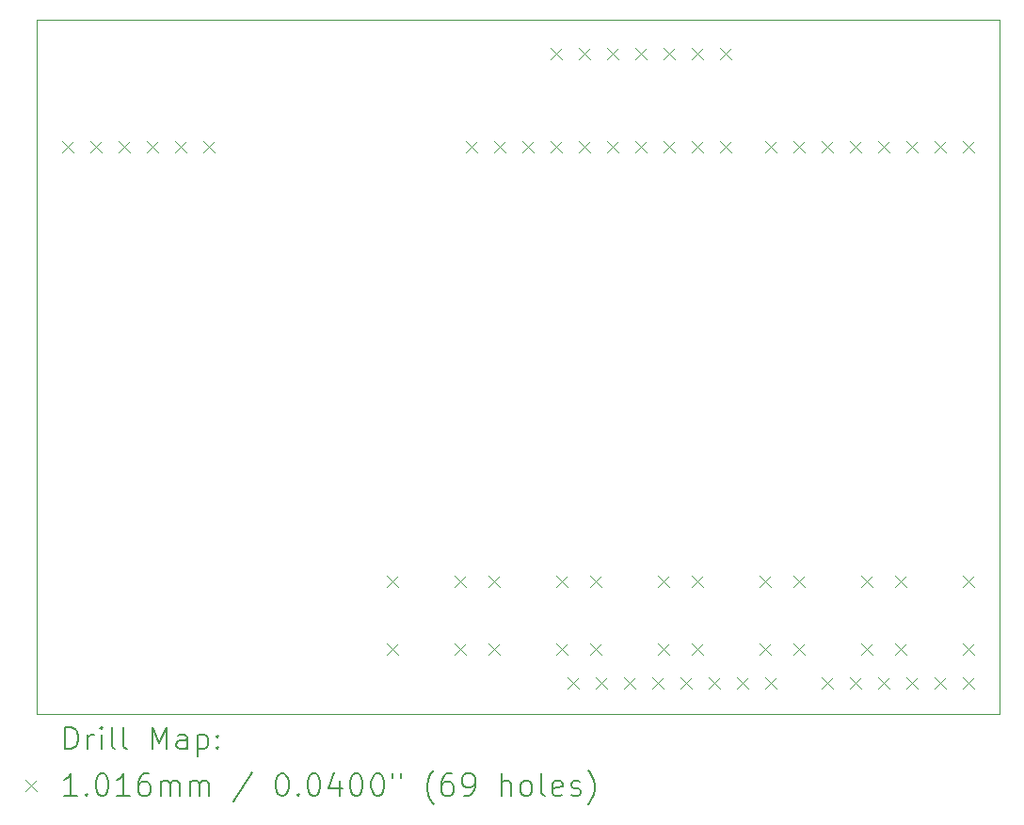
<source format=gbr>
%TF.GenerationSoftware,KiCad,Pcbnew,7.0.11+dfsg-1build4*%
%TF.CreationDate,2025-05-03T14:01:37-04:00*%
%TF.ProjectId,Peripherals Board,50657269-7068-4657-9261-6c7320426f61,rev?*%
%TF.SameCoordinates,Original*%
%TF.FileFunction,Drillmap*%
%TF.FilePolarity,Positive*%
%FSLAX45Y45*%
G04 Gerber Fmt 4.5, Leading zero omitted, Abs format (unit mm)*
G04 Created by KiCad (PCBNEW 7.0.11+dfsg-1build4) date 2025-05-03 14:01:37*
%MOMM*%
%LPD*%
G01*
G04 APERTURE LIST*
%ADD10C,0.050000*%
%ADD11C,0.200000*%
%ADD12C,0.101600*%
G04 APERTURE END LIST*
D10*
X18313400Y-12979400D02*
X9652000Y-12979400D01*
X9652000Y-6731000D02*
X18313400Y-6731000D01*
X9652000Y-12979400D02*
X9652000Y-6731000D01*
X18313400Y-6731000D02*
X18313400Y-12979400D01*
D11*
D12*
X9880600Y-7823200D02*
X9982200Y-7924800D01*
X9982200Y-7823200D02*
X9880600Y-7924800D01*
X10134600Y-7823200D02*
X10236200Y-7924800D01*
X10236200Y-7823200D02*
X10134600Y-7924800D01*
X10388600Y-7823200D02*
X10490200Y-7924800D01*
X10490200Y-7823200D02*
X10388600Y-7924800D01*
X10642600Y-7823200D02*
X10744200Y-7924800D01*
X10744200Y-7823200D02*
X10642600Y-7924800D01*
X10896600Y-7823200D02*
X10998200Y-7924800D01*
X10998200Y-7823200D02*
X10896600Y-7924800D01*
X11150600Y-7823200D02*
X11252200Y-7924800D01*
X11252200Y-7823200D02*
X11150600Y-7924800D01*
X12801600Y-11734800D02*
X12903200Y-11836400D01*
X12903200Y-11734800D02*
X12801600Y-11836400D01*
X12801600Y-12344400D02*
X12903200Y-12446000D01*
X12903200Y-12344400D02*
X12801600Y-12446000D01*
X13411200Y-11734800D02*
X13512800Y-11836400D01*
X13512800Y-11734800D02*
X13411200Y-11836400D01*
X13411200Y-12344400D02*
X13512800Y-12446000D01*
X13512800Y-12344400D02*
X13411200Y-12446000D01*
X13512800Y-7823200D02*
X13614400Y-7924800D01*
X13614400Y-7823200D02*
X13512800Y-7924800D01*
X13716000Y-11734800D02*
X13817600Y-11836400D01*
X13817600Y-11734800D02*
X13716000Y-11836400D01*
X13716000Y-12344400D02*
X13817600Y-12446000D01*
X13817600Y-12344400D02*
X13716000Y-12446000D01*
X13766800Y-7823200D02*
X13868400Y-7924800D01*
X13868400Y-7823200D02*
X13766800Y-7924800D01*
X14020800Y-7823200D02*
X14122400Y-7924800D01*
X14122400Y-7823200D02*
X14020800Y-7924800D01*
X14274800Y-6985000D02*
X14376400Y-7086600D01*
X14376400Y-6985000D02*
X14274800Y-7086600D01*
X14274800Y-7823200D02*
X14376400Y-7924800D01*
X14376400Y-7823200D02*
X14274800Y-7924800D01*
X14325600Y-11734800D02*
X14427200Y-11836400D01*
X14427200Y-11734800D02*
X14325600Y-11836400D01*
X14325600Y-12344400D02*
X14427200Y-12446000D01*
X14427200Y-12344400D02*
X14325600Y-12446000D01*
X14427200Y-12649200D02*
X14528800Y-12750800D01*
X14528800Y-12649200D02*
X14427200Y-12750800D01*
X14528800Y-6985000D02*
X14630400Y-7086600D01*
X14630400Y-6985000D02*
X14528800Y-7086600D01*
X14528800Y-7823200D02*
X14630400Y-7924800D01*
X14630400Y-7823200D02*
X14528800Y-7924800D01*
X14630400Y-11734800D02*
X14732000Y-11836400D01*
X14732000Y-11734800D02*
X14630400Y-11836400D01*
X14630400Y-12344400D02*
X14732000Y-12446000D01*
X14732000Y-12344400D02*
X14630400Y-12446000D01*
X14681200Y-12649200D02*
X14782800Y-12750800D01*
X14782800Y-12649200D02*
X14681200Y-12750800D01*
X14782800Y-6985000D02*
X14884400Y-7086600D01*
X14884400Y-6985000D02*
X14782800Y-7086600D01*
X14782800Y-7823200D02*
X14884400Y-7924800D01*
X14884400Y-7823200D02*
X14782800Y-7924800D01*
X14935200Y-12649200D02*
X15036800Y-12750800D01*
X15036800Y-12649200D02*
X14935200Y-12750800D01*
X15036800Y-6985000D02*
X15138400Y-7086600D01*
X15138400Y-6985000D02*
X15036800Y-7086600D01*
X15036800Y-7823200D02*
X15138400Y-7924800D01*
X15138400Y-7823200D02*
X15036800Y-7924800D01*
X15189200Y-12649200D02*
X15290800Y-12750800D01*
X15290800Y-12649200D02*
X15189200Y-12750800D01*
X15240000Y-11734800D02*
X15341600Y-11836400D01*
X15341600Y-11734800D02*
X15240000Y-11836400D01*
X15240000Y-12344400D02*
X15341600Y-12446000D01*
X15341600Y-12344400D02*
X15240000Y-12446000D01*
X15290800Y-6985000D02*
X15392400Y-7086600D01*
X15392400Y-6985000D02*
X15290800Y-7086600D01*
X15290800Y-7823200D02*
X15392400Y-7924800D01*
X15392400Y-7823200D02*
X15290800Y-7924800D01*
X15443200Y-12649200D02*
X15544800Y-12750800D01*
X15544800Y-12649200D02*
X15443200Y-12750800D01*
X15544800Y-6985000D02*
X15646400Y-7086600D01*
X15646400Y-6985000D02*
X15544800Y-7086600D01*
X15544800Y-7823200D02*
X15646400Y-7924800D01*
X15646400Y-7823200D02*
X15544800Y-7924800D01*
X15544800Y-11734800D02*
X15646400Y-11836400D01*
X15646400Y-11734800D02*
X15544800Y-11836400D01*
X15544800Y-12344400D02*
X15646400Y-12446000D01*
X15646400Y-12344400D02*
X15544800Y-12446000D01*
X15697200Y-12649200D02*
X15798800Y-12750800D01*
X15798800Y-12649200D02*
X15697200Y-12750800D01*
X15798800Y-6985000D02*
X15900400Y-7086600D01*
X15900400Y-6985000D02*
X15798800Y-7086600D01*
X15798800Y-7823200D02*
X15900400Y-7924800D01*
X15900400Y-7823200D02*
X15798800Y-7924800D01*
X15951200Y-12649200D02*
X16052800Y-12750800D01*
X16052800Y-12649200D02*
X15951200Y-12750800D01*
X16154400Y-11734800D02*
X16256000Y-11836400D01*
X16256000Y-11734800D02*
X16154400Y-11836400D01*
X16154400Y-12344400D02*
X16256000Y-12446000D01*
X16256000Y-12344400D02*
X16154400Y-12446000D01*
X16205200Y-7823200D02*
X16306800Y-7924800D01*
X16306800Y-7823200D02*
X16205200Y-7924800D01*
X16205200Y-12649200D02*
X16306800Y-12750800D01*
X16306800Y-12649200D02*
X16205200Y-12750800D01*
X16459200Y-7823200D02*
X16560800Y-7924800D01*
X16560800Y-7823200D02*
X16459200Y-7924800D01*
X16459200Y-11734800D02*
X16560800Y-11836400D01*
X16560800Y-11734800D02*
X16459200Y-11836400D01*
X16459200Y-12344400D02*
X16560800Y-12446000D01*
X16560800Y-12344400D02*
X16459200Y-12446000D01*
X16713200Y-7823200D02*
X16814800Y-7924800D01*
X16814800Y-7823200D02*
X16713200Y-7924800D01*
X16713200Y-12649200D02*
X16814800Y-12750800D01*
X16814800Y-12649200D02*
X16713200Y-12750800D01*
X16967200Y-7823200D02*
X17068800Y-7924800D01*
X17068800Y-7823200D02*
X16967200Y-7924800D01*
X16967200Y-12649200D02*
X17068800Y-12750800D01*
X17068800Y-12649200D02*
X16967200Y-12750800D01*
X17068800Y-11734800D02*
X17170400Y-11836400D01*
X17170400Y-11734800D02*
X17068800Y-11836400D01*
X17068800Y-12344400D02*
X17170400Y-12446000D01*
X17170400Y-12344400D02*
X17068800Y-12446000D01*
X17221200Y-7823200D02*
X17322800Y-7924800D01*
X17322800Y-7823200D02*
X17221200Y-7924800D01*
X17221200Y-12649200D02*
X17322800Y-12750800D01*
X17322800Y-12649200D02*
X17221200Y-12750800D01*
X17373600Y-11734800D02*
X17475200Y-11836400D01*
X17475200Y-11734800D02*
X17373600Y-11836400D01*
X17373600Y-12344400D02*
X17475200Y-12446000D01*
X17475200Y-12344400D02*
X17373600Y-12446000D01*
X17475200Y-7823200D02*
X17576800Y-7924800D01*
X17576800Y-7823200D02*
X17475200Y-7924800D01*
X17475200Y-12649200D02*
X17576800Y-12750800D01*
X17576800Y-12649200D02*
X17475200Y-12750800D01*
X17729200Y-7823200D02*
X17830800Y-7924800D01*
X17830800Y-7823200D02*
X17729200Y-7924800D01*
X17729200Y-12649200D02*
X17830800Y-12750800D01*
X17830800Y-12649200D02*
X17729200Y-12750800D01*
X17983200Y-7823200D02*
X18084800Y-7924800D01*
X18084800Y-7823200D02*
X17983200Y-7924800D01*
X17983200Y-11734800D02*
X18084800Y-11836400D01*
X18084800Y-11734800D02*
X17983200Y-11836400D01*
X17983200Y-12344400D02*
X18084800Y-12446000D01*
X18084800Y-12344400D02*
X17983200Y-12446000D01*
X17983200Y-12649200D02*
X18084800Y-12750800D01*
X18084800Y-12649200D02*
X17983200Y-12750800D01*
D11*
X9910277Y-13293384D02*
X9910277Y-13093384D01*
X9910277Y-13093384D02*
X9957896Y-13093384D01*
X9957896Y-13093384D02*
X9986467Y-13102908D01*
X9986467Y-13102908D02*
X10005515Y-13121955D01*
X10005515Y-13121955D02*
X10015039Y-13141003D01*
X10015039Y-13141003D02*
X10024563Y-13179098D01*
X10024563Y-13179098D02*
X10024563Y-13207669D01*
X10024563Y-13207669D02*
X10015039Y-13245765D01*
X10015039Y-13245765D02*
X10005515Y-13264812D01*
X10005515Y-13264812D02*
X9986467Y-13283860D01*
X9986467Y-13283860D02*
X9957896Y-13293384D01*
X9957896Y-13293384D02*
X9910277Y-13293384D01*
X10110277Y-13293384D02*
X10110277Y-13160050D01*
X10110277Y-13198146D02*
X10119801Y-13179098D01*
X10119801Y-13179098D02*
X10129324Y-13169574D01*
X10129324Y-13169574D02*
X10148372Y-13160050D01*
X10148372Y-13160050D02*
X10167420Y-13160050D01*
X10234086Y-13293384D02*
X10234086Y-13160050D01*
X10234086Y-13093384D02*
X10224563Y-13102908D01*
X10224563Y-13102908D02*
X10234086Y-13112431D01*
X10234086Y-13112431D02*
X10243610Y-13102908D01*
X10243610Y-13102908D02*
X10234086Y-13093384D01*
X10234086Y-13093384D02*
X10234086Y-13112431D01*
X10357896Y-13293384D02*
X10338848Y-13283860D01*
X10338848Y-13283860D02*
X10329324Y-13264812D01*
X10329324Y-13264812D02*
X10329324Y-13093384D01*
X10462658Y-13293384D02*
X10443610Y-13283860D01*
X10443610Y-13283860D02*
X10434086Y-13264812D01*
X10434086Y-13264812D02*
X10434086Y-13093384D01*
X10691229Y-13293384D02*
X10691229Y-13093384D01*
X10691229Y-13093384D02*
X10757896Y-13236241D01*
X10757896Y-13236241D02*
X10824563Y-13093384D01*
X10824563Y-13093384D02*
X10824563Y-13293384D01*
X11005515Y-13293384D02*
X11005515Y-13188622D01*
X11005515Y-13188622D02*
X10995991Y-13169574D01*
X10995991Y-13169574D02*
X10976944Y-13160050D01*
X10976944Y-13160050D02*
X10938848Y-13160050D01*
X10938848Y-13160050D02*
X10919801Y-13169574D01*
X11005515Y-13283860D02*
X10986467Y-13293384D01*
X10986467Y-13293384D02*
X10938848Y-13293384D01*
X10938848Y-13293384D02*
X10919801Y-13283860D01*
X10919801Y-13283860D02*
X10910277Y-13264812D01*
X10910277Y-13264812D02*
X10910277Y-13245765D01*
X10910277Y-13245765D02*
X10919801Y-13226717D01*
X10919801Y-13226717D02*
X10938848Y-13217193D01*
X10938848Y-13217193D02*
X10986467Y-13217193D01*
X10986467Y-13217193D02*
X11005515Y-13207669D01*
X11100753Y-13160050D02*
X11100753Y-13360050D01*
X11100753Y-13169574D02*
X11119801Y-13160050D01*
X11119801Y-13160050D02*
X11157896Y-13160050D01*
X11157896Y-13160050D02*
X11176944Y-13169574D01*
X11176944Y-13169574D02*
X11186467Y-13179098D01*
X11186467Y-13179098D02*
X11195991Y-13198146D01*
X11195991Y-13198146D02*
X11195991Y-13255288D01*
X11195991Y-13255288D02*
X11186467Y-13274336D01*
X11186467Y-13274336D02*
X11176944Y-13283860D01*
X11176944Y-13283860D02*
X11157896Y-13293384D01*
X11157896Y-13293384D02*
X11119801Y-13293384D01*
X11119801Y-13293384D02*
X11100753Y-13283860D01*
X11281705Y-13274336D02*
X11291229Y-13283860D01*
X11291229Y-13283860D02*
X11281705Y-13293384D01*
X11281705Y-13293384D02*
X11272182Y-13283860D01*
X11272182Y-13283860D02*
X11281705Y-13274336D01*
X11281705Y-13274336D02*
X11281705Y-13293384D01*
X11281705Y-13169574D02*
X11291229Y-13179098D01*
X11291229Y-13179098D02*
X11281705Y-13188622D01*
X11281705Y-13188622D02*
X11272182Y-13179098D01*
X11272182Y-13179098D02*
X11281705Y-13169574D01*
X11281705Y-13169574D02*
X11281705Y-13188622D01*
D12*
X9547900Y-13571100D02*
X9649500Y-13672700D01*
X9649500Y-13571100D02*
X9547900Y-13672700D01*
D11*
X10015039Y-13713384D02*
X9900753Y-13713384D01*
X9957896Y-13713384D02*
X9957896Y-13513384D01*
X9957896Y-13513384D02*
X9938848Y-13541955D01*
X9938848Y-13541955D02*
X9919801Y-13561003D01*
X9919801Y-13561003D02*
X9900753Y-13570527D01*
X10100753Y-13694336D02*
X10110277Y-13703860D01*
X10110277Y-13703860D02*
X10100753Y-13713384D01*
X10100753Y-13713384D02*
X10091229Y-13703860D01*
X10091229Y-13703860D02*
X10100753Y-13694336D01*
X10100753Y-13694336D02*
X10100753Y-13713384D01*
X10234086Y-13513384D02*
X10253134Y-13513384D01*
X10253134Y-13513384D02*
X10272182Y-13522908D01*
X10272182Y-13522908D02*
X10281705Y-13532431D01*
X10281705Y-13532431D02*
X10291229Y-13551479D01*
X10291229Y-13551479D02*
X10300753Y-13589574D01*
X10300753Y-13589574D02*
X10300753Y-13637193D01*
X10300753Y-13637193D02*
X10291229Y-13675288D01*
X10291229Y-13675288D02*
X10281705Y-13694336D01*
X10281705Y-13694336D02*
X10272182Y-13703860D01*
X10272182Y-13703860D02*
X10253134Y-13713384D01*
X10253134Y-13713384D02*
X10234086Y-13713384D01*
X10234086Y-13713384D02*
X10215039Y-13703860D01*
X10215039Y-13703860D02*
X10205515Y-13694336D01*
X10205515Y-13694336D02*
X10195991Y-13675288D01*
X10195991Y-13675288D02*
X10186467Y-13637193D01*
X10186467Y-13637193D02*
X10186467Y-13589574D01*
X10186467Y-13589574D02*
X10195991Y-13551479D01*
X10195991Y-13551479D02*
X10205515Y-13532431D01*
X10205515Y-13532431D02*
X10215039Y-13522908D01*
X10215039Y-13522908D02*
X10234086Y-13513384D01*
X10491229Y-13713384D02*
X10376944Y-13713384D01*
X10434086Y-13713384D02*
X10434086Y-13513384D01*
X10434086Y-13513384D02*
X10415039Y-13541955D01*
X10415039Y-13541955D02*
X10395991Y-13561003D01*
X10395991Y-13561003D02*
X10376944Y-13570527D01*
X10662658Y-13513384D02*
X10624563Y-13513384D01*
X10624563Y-13513384D02*
X10605515Y-13522908D01*
X10605515Y-13522908D02*
X10595991Y-13532431D01*
X10595991Y-13532431D02*
X10576944Y-13561003D01*
X10576944Y-13561003D02*
X10567420Y-13599098D01*
X10567420Y-13599098D02*
X10567420Y-13675288D01*
X10567420Y-13675288D02*
X10576944Y-13694336D01*
X10576944Y-13694336D02*
X10586467Y-13703860D01*
X10586467Y-13703860D02*
X10605515Y-13713384D01*
X10605515Y-13713384D02*
X10643610Y-13713384D01*
X10643610Y-13713384D02*
X10662658Y-13703860D01*
X10662658Y-13703860D02*
X10672182Y-13694336D01*
X10672182Y-13694336D02*
X10681705Y-13675288D01*
X10681705Y-13675288D02*
X10681705Y-13627669D01*
X10681705Y-13627669D02*
X10672182Y-13608622D01*
X10672182Y-13608622D02*
X10662658Y-13599098D01*
X10662658Y-13599098D02*
X10643610Y-13589574D01*
X10643610Y-13589574D02*
X10605515Y-13589574D01*
X10605515Y-13589574D02*
X10586467Y-13599098D01*
X10586467Y-13599098D02*
X10576944Y-13608622D01*
X10576944Y-13608622D02*
X10567420Y-13627669D01*
X10767420Y-13713384D02*
X10767420Y-13580050D01*
X10767420Y-13599098D02*
X10776944Y-13589574D01*
X10776944Y-13589574D02*
X10795991Y-13580050D01*
X10795991Y-13580050D02*
X10824563Y-13580050D01*
X10824563Y-13580050D02*
X10843610Y-13589574D01*
X10843610Y-13589574D02*
X10853134Y-13608622D01*
X10853134Y-13608622D02*
X10853134Y-13713384D01*
X10853134Y-13608622D02*
X10862658Y-13589574D01*
X10862658Y-13589574D02*
X10881705Y-13580050D01*
X10881705Y-13580050D02*
X10910277Y-13580050D01*
X10910277Y-13580050D02*
X10929325Y-13589574D01*
X10929325Y-13589574D02*
X10938848Y-13608622D01*
X10938848Y-13608622D02*
X10938848Y-13713384D01*
X11034086Y-13713384D02*
X11034086Y-13580050D01*
X11034086Y-13599098D02*
X11043610Y-13589574D01*
X11043610Y-13589574D02*
X11062658Y-13580050D01*
X11062658Y-13580050D02*
X11091229Y-13580050D01*
X11091229Y-13580050D02*
X11110277Y-13589574D01*
X11110277Y-13589574D02*
X11119801Y-13608622D01*
X11119801Y-13608622D02*
X11119801Y-13713384D01*
X11119801Y-13608622D02*
X11129325Y-13589574D01*
X11129325Y-13589574D02*
X11148372Y-13580050D01*
X11148372Y-13580050D02*
X11176944Y-13580050D01*
X11176944Y-13580050D02*
X11195991Y-13589574D01*
X11195991Y-13589574D02*
X11205515Y-13608622D01*
X11205515Y-13608622D02*
X11205515Y-13713384D01*
X11595991Y-13503860D02*
X11424563Y-13761003D01*
X11853134Y-13513384D02*
X11872182Y-13513384D01*
X11872182Y-13513384D02*
X11891229Y-13522908D01*
X11891229Y-13522908D02*
X11900753Y-13532431D01*
X11900753Y-13532431D02*
X11910277Y-13551479D01*
X11910277Y-13551479D02*
X11919801Y-13589574D01*
X11919801Y-13589574D02*
X11919801Y-13637193D01*
X11919801Y-13637193D02*
X11910277Y-13675288D01*
X11910277Y-13675288D02*
X11900753Y-13694336D01*
X11900753Y-13694336D02*
X11891229Y-13703860D01*
X11891229Y-13703860D02*
X11872182Y-13713384D01*
X11872182Y-13713384D02*
X11853134Y-13713384D01*
X11853134Y-13713384D02*
X11834086Y-13703860D01*
X11834086Y-13703860D02*
X11824563Y-13694336D01*
X11824563Y-13694336D02*
X11815039Y-13675288D01*
X11815039Y-13675288D02*
X11805515Y-13637193D01*
X11805515Y-13637193D02*
X11805515Y-13589574D01*
X11805515Y-13589574D02*
X11815039Y-13551479D01*
X11815039Y-13551479D02*
X11824563Y-13532431D01*
X11824563Y-13532431D02*
X11834086Y-13522908D01*
X11834086Y-13522908D02*
X11853134Y-13513384D01*
X12005515Y-13694336D02*
X12015039Y-13703860D01*
X12015039Y-13703860D02*
X12005515Y-13713384D01*
X12005515Y-13713384D02*
X11995991Y-13703860D01*
X11995991Y-13703860D02*
X12005515Y-13694336D01*
X12005515Y-13694336D02*
X12005515Y-13713384D01*
X12138848Y-13513384D02*
X12157896Y-13513384D01*
X12157896Y-13513384D02*
X12176944Y-13522908D01*
X12176944Y-13522908D02*
X12186467Y-13532431D01*
X12186467Y-13532431D02*
X12195991Y-13551479D01*
X12195991Y-13551479D02*
X12205515Y-13589574D01*
X12205515Y-13589574D02*
X12205515Y-13637193D01*
X12205515Y-13637193D02*
X12195991Y-13675288D01*
X12195991Y-13675288D02*
X12186467Y-13694336D01*
X12186467Y-13694336D02*
X12176944Y-13703860D01*
X12176944Y-13703860D02*
X12157896Y-13713384D01*
X12157896Y-13713384D02*
X12138848Y-13713384D01*
X12138848Y-13713384D02*
X12119801Y-13703860D01*
X12119801Y-13703860D02*
X12110277Y-13694336D01*
X12110277Y-13694336D02*
X12100753Y-13675288D01*
X12100753Y-13675288D02*
X12091229Y-13637193D01*
X12091229Y-13637193D02*
X12091229Y-13589574D01*
X12091229Y-13589574D02*
X12100753Y-13551479D01*
X12100753Y-13551479D02*
X12110277Y-13532431D01*
X12110277Y-13532431D02*
X12119801Y-13522908D01*
X12119801Y-13522908D02*
X12138848Y-13513384D01*
X12376944Y-13580050D02*
X12376944Y-13713384D01*
X12329325Y-13503860D02*
X12281706Y-13646717D01*
X12281706Y-13646717D02*
X12405515Y-13646717D01*
X12519801Y-13513384D02*
X12538848Y-13513384D01*
X12538848Y-13513384D02*
X12557896Y-13522908D01*
X12557896Y-13522908D02*
X12567420Y-13532431D01*
X12567420Y-13532431D02*
X12576944Y-13551479D01*
X12576944Y-13551479D02*
X12586467Y-13589574D01*
X12586467Y-13589574D02*
X12586467Y-13637193D01*
X12586467Y-13637193D02*
X12576944Y-13675288D01*
X12576944Y-13675288D02*
X12567420Y-13694336D01*
X12567420Y-13694336D02*
X12557896Y-13703860D01*
X12557896Y-13703860D02*
X12538848Y-13713384D01*
X12538848Y-13713384D02*
X12519801Y-13713384D01*
X12519801Y-13713384D02*
X12500753Y-13703860D01*
X12500753Y-13703860D02*
X12491229Y-13694336D01*
X12491229Y-13694336D02*
X12481706Y-13675288D01*
X12481706Y-13675288D02*
X12472182Y-13637193D01*
X12472182Y-13637193D02*
X12472182Y-13589574D01*
X12472182Y-13589574D02*
X12481706Y-13551479D01*
X12481706Y-13551479D02*
X12491229Y-13532431D01*
X12491229Y-13532431D02*
X12500753Y-13522908D01*
X12500753Y-13522908D02*
X12519801Y-13513384D01*
X12710277Y-13513384D02*
X12729325Y-13513384D01*
X12729325Y-13513384D02*
X12748372Y-13522908D01*
X12748372Y-13522908D02*
X12757896Y-13532431D01*
X12757896Y-13532431D02*
X12767420Y-13551479D01*
X12767420Y-13551479D02*
X12776944Y-13589574D01*
X12776944Y-13589574D02*
X12776944Y-13637193D01*
X12776944Y-13637193D02*
X12767420Y-13675288D01*
X12767420Y-13675288D02*
X12757896Y-13694336D01*
X12757896Y-13694336D02*
X12748372Y-13703860D01*
X12748372Y-13703860D02*
X12729325Y-13713384D01*
X12729325Y-13713384D02*
X12710277Y-13713384D01*
X12710277Y-13713384D02*
X12691229Y-13703860D01*
X12691229Y-13703860D02*
X12681706Y-13694336D01*
X12681706Y-13694336D02*
X12672182Y-13675288D01*
X12672182Y-13675288D02*
X12662658Y-13637193D01*
X12662658Y-13637193D02*
X12662658Y-13589574D01*
X12662658Y-13589574D02*
X12672182Y-13551479D01*
X12672182Y-13551479D02*
X12681706Y-13532431D01*
X12681706Y-13532431D02*
X12691229Y-13522908D01*
X12691229Y-13522908D02*
X12710277Y-13513384D01*
X12853134Y-13513384D02*
X12853134Y-13551479D01*
X12929325Y-13513384D02*
X12929325Y-13551479D01*
X13224563Y-13789574D02*
X13215039Y-13780050D01*
X13215039Y-13780050D02*
X13195991Y-13751479D01*
X13195991Y-13751479D02*
X13186468Y-13732431D01*
X13186468Y-13732431D02*
X13176944Y-13703860D01*
X13176944Y-13703860D02*
X13167420Y-13656241D01*
X13167420Y-13656241D02*
X13167420Y-13618146D01*
X13167420Y-13618146D02*
X13176944Y-13570527D01*
X13176944Y-13570527D02*
X13186468Y-13541955D01*
X13186468Y-13541955D02*
X13195991Y-13522908D01*
X13195991Y-13522908D02*
X13215039Y-13494336D01*
X13215039Y-13494336D02*
X13224563Y-13484812D01*
X13386468Y-13513384D02*
X13348372Y-13513384D01*
X13348372Y-13513384D02*
X13329325Y-13522908D01*
X13329325Y-13522908D02*
X13319801Y-13532431D01*
X13319801Y-13532431D02*
X13300753Y-13561003D01*
X13300753Y-13561003D02*
X13291229Y-13599098D01*
X13291229Y-13599098D02*
X13291229Y-13675288D01*
X13291229Y-13675288D02*
X13300753Y-13694336D01*
X13300753Y-13694336D02*
X13310277Y-13703860D01*
X13310277Y-13703860D02*
X13329325Y-13713384D01*
X13329325Y-13713384D02*
X13367420Y-13713384D01*
X13367420Y-13713384D02*
X13386468Y-13703860D01*
X13386468Y-13703860D02*
X13395991Y-13694336D01*
X13395991Y-13694336D02*
X13405515Y-13675288D01*
X13405515Y-13675288D02*
X13405515Y-13627669D01*
X13405515Y-13627669D02*
X13395991Y-13608622D01*
X13395991Y-13608622D02*
X13386468Y-13599098D01*
X13386468Y-13599098D02*
X13367420Y-13589574D01*
X13367420Y-13589574D02*
X13329325Y-13589574D01*
X13329325Y-13589574D02*
X13310277Y-13599098D01*
X13310277Y-13599098D02*
X13300753Y-13608622D01*
X13300753Y-13608622D02*
X13291229Y-13627669D01*
X13500753Y-13713384D02*
X13538848Y-13713384D01*
X13538848Y-13713384D02*
X13557896Y-13703860D01*
X13557896Y-13703860D02*
X13567420Y-13694336D01*
X13567420Y-13694336D02*
X13586468Y-13665765D01*
X13586468Y-13665765D02*
X13595991Y-13627669D01*
X13595991Y-13627669D02*
X13595991Y-13551479D01*
X13595991Y-13551479D02*
X13586468Y-13532431D01*
X13586468Y-13532431D02*
X13576944Y-13522908D01*
X13576944Y-13522908D02*
X13557896Y-13513384D01*
X13557896Y-13513384D02*
X13519801Y-13513384D01*
X13519801Y-13513384D02*
X13500753Y-13522908D01*
X13500753Y-13522908D02*
X13491229Y-13532431D01*
X13491229Y-13532431D02*
X13481706Y-13551479D01*
X13481706Y-13551479D02*
X13481706Y-13599098D01*
X13481706Y-13599098D02*
X13491229Y-13618146D01*
X13491229Y-13618146D02*
X13500753Y-13627669D01*
X13500753Y-13627669D02*
X13519801Y-13637193D01*
X13519801Y-13637193D02*
X13557896Y-13637193D01*
X13557896Y-13637193D02*
X13576944Y-13627669D01*
X13576944Y-13627669D02*
X13586468Y-13618146D01*
X13586468Y-13618146D02*
X13595991Y-13599098D01*
X13834087Y-13713384D02*
X13834087Y-13513384D01*
X13919801Y-13713384D02*
X13919801Y-13608622D01*
X13919801Y-13608622D02*
X13910277Y-13589574D01*
X13910277Y-13589574D02*
X13891230Y-13580050D01*
X13891230Y-13580050D02*
X13862658Y-13580050D01*
X13862658Y-13580050D02*
X13843610Y-13589574D01*
X13843610Y-13589574D02*
X13834087Y-13599098D01*
X14043610Y-13713384D02*
X14024563Y-13703860D01*
X14024563Y-13703860D02*
X14015039Y-13694336D01*
X14015039Y-13694336D02*
X14005515Y-13675288D01*
X14005515Y-13675288D02*
X14005515Y-13618146D01*
X14005515Y-13618146D02*
X14015039Y-13599098D01*
X14015039Y-13599098D02*
X14024563Y-13589574D01*
X14024563Y-13589574D02*
X14043610Y-13580050D01*
X14043610Y-13580050D02*
X14072182Y-13580050D01*
X14072182Y-13580050D02*
X14091230Y-13589574D01*
X14091230Y-13589574D02*
X14100753Y-13599098D01*
X14100753Y-13599098D02*
X14110277Y-13618146D01*
X14110277Y-13618146D02*
X14110277Y-13675288D01*
X14110277Y-13675288D02*
X14100753Y-13694336D01*
X14100753Y-13694336D02*
X14091230Y-13703860D01*
X14091230Y-13703860D02*
X14072182Y-13713384D01*
X14072182Y-13713384D02*
X14043610Y-13713384D01*
X14224563Y-13713384D02*
X14205515Y-13703860D01*
X14205515Y-13703860D02*
X14195991Y-13684812D01*
X14195991Y-13684812D02*
X14195991Y-13513384D01*
X14376944Y-13703860D02*
X14357896Y-13713384D01*
X14357896Y-13713384D02*
X14319801Y-13713384D01*
X14319801Y-13713384D02*
X14300753Y-13703860D01*
X14300753Y-13703860D02*
X14291230Y-13684812D01*
X14291230Y-13684812D02*
X14291230Y-13608622D01*
X14291230Y-13608622D02*
X14300753Y-13589574D01*
X14300753Y-13589574D02*
X14319801Y-13580050D01*
X14319801Y-13580050D02*
X14357896Y-13580050D01*
X14357896Y-13580050D02*
X14376944Y-13589574D01*
X14376944Y-13589574D02*
X14386468Y-13608622D01*
X14386468Y-13608622D02*
X14386468Y-13627669D01*
X14386468Y-13627669D02*
X14291230Y-13646717D01*
X14462658Y-13703860D02*
X14481706Y-13713384D01*
X14481706Y-13713384D02*
X14519801Y-13713384D01*
X14519801Y-13713384D02*
X14538849Y-13703860D01*
X14538849Y-13703860D02*
X14548372Y-13684812D01*
X14548372Y-13684812D02*
X14548372Y-13675288D01*
X14548372Y-13675288D02*
X14538849Y-13656241D01*
X14538849Y-13656241D02*
X14519801Y-13646717D01*
X14519801Y-13646717D02*
X14491230Y-13646717D01*
X14491230Y-13646717D02*
X14472182Y-13637193D01*
X14472182Y-13637193D02*
X14462658Y-13618146D01*
X14462658Y-13618146D02*
X14462658Y-13608622D01*
X14462658Y-13608622D02*
X14472182Y-13589574D01*
X14472182Y-13589574D02*
X14491230Y-13580050D01*
X14491230Y-13580050D02*
X14519801Y-13580050D01*
X14519801Y-13580050D02*
X14538849Y-13589574D01*
X14615039Y-13789574D02*
X14624563Y-13780050D01*
X14624563Y-13780050D02*
X14643611Y-13751479D01*
X14643611Y-13751479D02*
X14653134Y-13732431D01*
X14653134Y-13732431D02*
X14662658Y-13703860D01*
X14662658Y-13703860D02*
X14672182Y-13656241D01*
X14672182Y-13656241D02*
X14672182Y-13618146D01*
X14672182Y-13618146D02*
X14662658Y-13570527D01*
X14662658Y-13570527D02*
X14653134Y-13541955D01*
X14653134Y-13541955D02*
X14643611Y-13522908D01*
X14643611Y-13522908D02*
X14624563Y-13494336D01*
X14624563Y-13494336D02*
X14615039Y-13484812D01*
M02*

</source>
